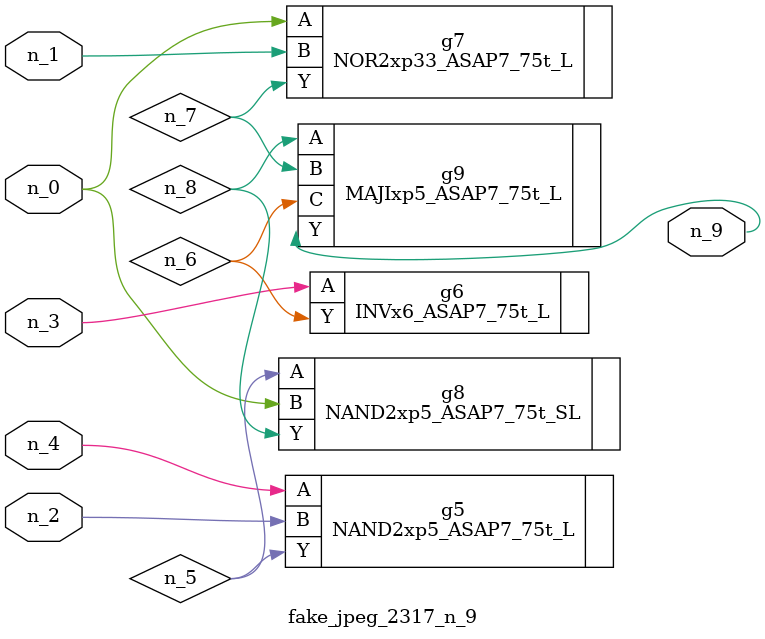
<source format=v>
module fake_jpeg_2317_n_9 (n_3, n_2, n_1, n_0, n_4, n_9);

input n_3;
input n_2;
input n_1;
input n_0;
input n_4;

output n_9;

wire n_8;
wire n_6;
wire n_5;
wire n_7;

NAND2xp5_ASAP7_75t_L g5 ( 
.A(n_4),
.B(n_2),
.Y(n_5)
);

INVx6_ASAP7_75t_L g6 ( 
.A(n_3),
.Y(n_6)
);

NOR2xp33_ASAP7_75t_L g7 ( 
.A(n_0),
.B(n_1),
.Y(n_7)
);

NAND2xp5_ASAP7_75t_SL g8 ( 
.A(n_5),
.B(n_0),
.Y(n_8)
);

MAJIxp5_ASAP7_75t_L g9 ( 
.A(n_8),
.B(n_7),
.C(n_6),
.Y(n_9)
);


endmodule
</source>
